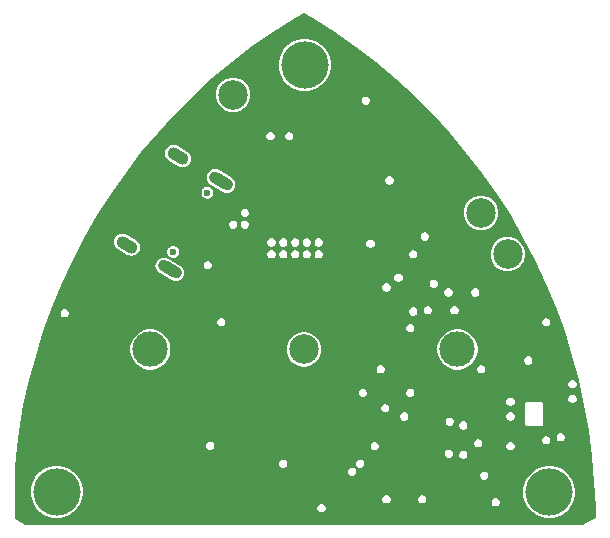
<source format=gbr>
%TF.GenerationSoftware,Altium Limited,Altium Designer,22.7.1 (60)*%
G04 Layer_Physical_Order=3*
G04 Layer_Color=16440176*
%FSLAX45Y45*%
%MOMM*%
%TF.SameCoordinates,ACC7CE07-661A-46B9-B338-6EC4A6F7B09F*%
%TF.FilePolarity,Positive*%
%TF.FileFunction,Copper,L3,Inr,Signal*%
%TF.Part,Single*%
G01*
G75*
%TA.AperFunction,WasherPad*%
%ADD52C,3.00000*%
%ADD53C,2.50000*%
%ADD54C,4.00000*%
%TA.AperFunction,ComponentPad*%
%ADD55C,2.50000*%
%ADD56C,0.60000*%
G04:AMPARAMS|DCode=57|XSize=2.2mm|YSize=1mm|CornerRadius=0mm|HoleSize=0mm|Usage=FLASHONLY|Rotation=330.000|XOffset=0mm|YOffset=0mm|HoleType=Round|Shape=Round|*
%AMOVALD57*
21,1,1.20000,1.00000,0.00000,0.00000,330.0*
1,1,1.00000,-0.51962,0.30000*
1,1,1.00000,0.51962,-0.30000*
%
%ADD57OVALD57*%

G04:AMPARAMS|DCode=58|XSize=1.9mm|YSize=1mm|CornerRadius=0mm|HoleSize=0mm|Usage=FLASHONLY|Rotation=330.000|XOffset=0mm|YOffset=0mm|HoleType=Round|Shape=Round|*
%AMOVALD58*
21,1,0.90000,1.00000,0.00000,0.00000,330.0*
1,1,1.00000,-0.38971,0.22500*
1,1,1.00000,0.38971,-0.22500*
%
%ADD58OVALD58*%

%TA.AperFunction,ViaPad*%
%ADD59C,0.70000*%
G36*
X2603787Y4923835D02*
X2786678Y4807310D01*
X2964312Y4682920D01*
X3136353Y4550897D01*
X3302471Y4411498D01*
X3462348Y4264988D01*
X3615687Y4111640D01*
X3762186Y3951754D01*
X3901572Y3785631D01*
X4033586Y3613577D01*
X4157965Y3435937D01*
X4274476Y3253043D01*
X4382905Y3065229D01*
X4483031Y2872878D01*
X4574678Y2676333D01*
X4657662Y2475983D01*
X4731828Y2272205D01*
X4797036Y2065381D01*
X4853160Y1855914D01*
X4900095Y1644196D01*
X4937750Y1430633D01*
X4966055Y1215631D01*
X4984955Y999595D01*
X4994413Y782950D01*
Y692181D01*
X4915806Y646807D01*
X4885418Y630992D01*
X166300D01*
X134498Y647554D01*
X75000Y681315D01*
Y1114702D01*
X83819Y1215785D01*
X112083Y1430847D01*
X149702Y1644472D01*
X196606Y1856254D01*
X252706Y2065790D01*
X317891Y2272671D01*
X392044Y2476519D01*
X475015Y2676929D01*
X566656Y2873537D01*
X666785Y3065957D01*
X775216Y3253827D01*
X891737Y3436783D01*
X1016132Y3614485D01*
X1148161Y3786590D01*
X1287566Y3952763D01*
X1434100Y4112709D01*
X1587463Y4266099D01*
X1747376Y4412656D01*
X1913537Y4552102D01*
X2085616Y4684159D01*
X2263292Y4808582D01*
X2446229Y4925136D01*
X2523882Y4969973D01*
X2603787Y4923835D01*
D02*
G37*
%LPC*%
G36*
X2552751Y4746275D02*
X2509415D01*
X2466911Y4737821D01*
X2426873Y4721237D01*
X2390841Y4697161D01*
X2360197Y4666517D01*
X2336121Y4630485D01*
X2319537Y4590447D01*
X2311083Y4547943D01*
Y4504607D01*
X2319537Y4462104D01*
X2336121Y4422066D01*
X2360197Y4386034D01*
X2390841Y4355390D01*
X2426873Y4331314D01*
X2466911Y4314730D01*
X2509415Y4306276D01*
X2552751D01*
X2595254Y4314730D01*
X2635292Y4331314D01*
X2671324Y4355390D01*
X2701968Y4386034D01*
X2726044Y4422066D01*
X2742628Y4462104D01*
X2751082Y4504607D01*
Y4547943D01*
X2742628Y4590447D01*
X2726044Y4630485D01*
X2701968Y4666517D01*
X2671324Y4697161D01*
X2635292Y4721237D01*
X2595254Y4737821D01*
X2552751Y4746275D01*
D02*
G37*
G36*
X3056962Y4260000D02*
X3043038D01*
X3030174Y4254671D01*
X3020328Y4244826D01*
X3015000Y4231962D01*
Y4218038D01*
X3020328Y4205174D01*
X3030174Y4195328D01*
X3043038Y4190000D01*
X3056962D01*
X3069826Y4195328D01*
X3079672Y4205174D01*
X3085000Y4218038D01*
Y4231962D01*
X3079672Y4244826D01*
X3069826Y4254671D01*
X3056962Y4260000D01*
D02*
G37*
G36*
X1944090Y4420000D02*
X1905910D01*
X1869032Y4410118D01*
X1835968Y4391029D01*
X1808971Y4364032D01*
X1789882Y4330968D01*
X1780000Y4294090D01*
Y4255910D01*
X1789882Y4219032D01*
X1808971Y4185968D01*
X1835968Y4158971D01*
X1869032Y4139882D01*
X1905910Y4130000D01*
X1944090D01*
X1980968Y4139882D01*
X2014032Y4158971D01*
X2041029Y4185968D01*
X2060118Y4219032D01*
X2070000Y4255910D01*
Y4294090D01*
X2060118Y4330968D01*
X2041029Y4364032D01*
X2014032Y4391029D01*
X1980968Y4410118D01*
X1944090Y4420000D01*
D02*
G37*
G36*
X2249791Y3960046D02*
X2235867D01*
X2223003Y3954718D01*
X2213157Y3944872D01*
X2207829Y3932008D01*
Y3918084D01*
X2213157Y3905220D01*
X2223003Y3895375D01*
X2235867Y3890046D01*
X2249791D01*
X2262655Y3895375D01*
X2272500Y3905220D01*
X2277829Y3918084D01*
Y3932008D01*
X2272500Y3944872D01*
X2262655Y3954718D01*
X2249791Y3960046D01*
D02*
G37*
G36*
X2406962Y3960000D02*
X2393038D01*
X2380174Y3954672D01*
X2370329Y3944826D01*
X2365000Y3931962D01*
Y3918038D01*
X2370329Y3905174D01*
X2380174Y3895329D01*
X2393038Y3890000D01*
X2406962D01*
X2419826Y3895329D01*
X2429672Y3905174D01*
X2435000Y3918038D01*
Y3931962D01*
X2429672Y3944826D01*
X2419826Y3954672D01*
X2406962Y3960000D01*
D02*
G37*
G36*
X1420413Y3847660D02*
X1402140Y3845254D01*
X1385112Y3838201D01*
X1370489Y3826980D01*
X1359269Y3812358D01*
X1352215Y3795330D01*
X1349810Y3777056D01*
X1352215Y3758782D01*
X1359269Y3741754D01*
X1370489Y3727132D01*
X1385112Y3715911D01*
X1463053Y3670911D01*
X1480082Y3663858D01*
X1498356Y3661452D01*
X1516629Y3663858D01*
X1533657Y3670911D01*
X1548280Y3682132D01*
X1559500Y3696754D01*
X1566553Y3713783D01*
X1568959Y3732056D01*
X1566554Y3750330D01*
X1559500Y3767358D01*
X1548280Y3781980D01*
X1533657Y3793201D01*
X1455715Y3838201D01*
X1438687Y3845254D01*
X1420413Y3847660D01*
D02*
G37*
G36*
X3256962Y3585000D02*
X3243038D01*
X3230174Y3579672D01*
X3220329Y3569826D01*
X3215000Y3556962D01*
Y3543038D01*
X3220329Y3530174D01*
X3230174Y3520328D01*
X3243038Y3515000D01*
X3256962D01*
X3269826Y3520328D01*
X3279672Y3530174D01*
X3285000Y3543038D01*
Y3556962D01*
X3279672Y3569826D01*
X3269826Y3579672D01*
X3256962Y3585000D01*
D02*
G37*
G36*
X1771153Y3645160D02*
X1752880Y3642754D01*
X1735852Y3635701D01*
X1721229Y3624480D01*
X1710009Y3609858D01*
X1702956Y3592830D01*
X1700550Y3574556D01*
X1702955Y3556282D01*
X1710009Y3539254D01*
X1721229Y3524632D01*
X1735852Y3513411D01*
X1839775Y3453411D01*
X1856803Y3446358D01*
X1875077Y3443952D01*
X1893351Y3446358D01*
X1910379Y3453411D01*
X1925001Y3464632D01*
X1936222Y3479254D01*
X1943275Y3496282D01*
X1945681Y3514556D01*
X1943275Y3532830D01*
X1936222Y3549858D01*
X1925001Y3564480D01*
X1910379Y3575701D01*
X1806456Y3635701D01*
X1789427Y3642754D01*
X1771153Y3645160D01*
D02*
G37*
G36*
X1705230Y3497018D02*
X1701980Y3496147D01*
X1698618D01*
X1692459Y3493596D01*
X1686016Y3491870D01*
X1683348Y3489822D01*
X1680241Y3488535D01*
X1675525Y3483819D01*
X1670236Y3479760D01*
X1668555Y3476849D01*
X1666176Y3474470D01*
X1663624Y3468308D01*
X1660290Y3462534D01*
X1659851Y3459200D01*
X1658564Y3456093D01*
Y3449426D01*
X1657693Y3442813D01*
X1658564Y3439564D01*
Y3436202D01*
X1661115Y3430042D01*
X1662842Y3423599D01*
X1664889Y3420931D01*
X1666176Y3417825D01*
X1670892Y3413108D01*
X1674951Y3407819D01*
X1677863Y3406138D01*
X1680241Y3403759D01*
X1686403Y3401207D01*
X1692177Y3397873D01*
X1695511Y3397434D01*
X1698618Y3396147D01*
X1705285D01*
X1711898Y3395277D01*
X1715148Y3396147D01*
X1718510D01*
X1724669Y3398699D01*
X1731112Y3400425D01*
X1733780Y3402472D01*
X1736887Y3403759D01*
X1741603Y3408475D01*
X1746892Y3412534D01*
X1748573Y3415446D01*
X1750952Y3417825D01*
X1753504Y3423987D01*
X1756838Y3429760D01*
X1757277Y3433095D01*
X1758564Y3436202D01*
Y3442869D01*
X1759435Y3449482D01*
X1758564Y3452731D01*
Y3456093D01*
X1756013Y3462252D01*
X1754286Y3468695D01*
X1752239Y3471363D01*
X1750952Y3474470D01*
X1746236Y3479186D01*
X1742177Y3484476D01*
X1739266Y3486157D01*
X1736887Y3488535D01*
X1730725Y3491088D01*
X1724951Y3494421D01*
X1721617Y3494860D01*
X1718510Y3496147D01*
X1711843D01*
X1705230Y3497018D01*
D02*
G37*
G36*
X2031962Y3310000D02*
X2018038D01*
X2005174Y3304672D01*
X1995328Y3294826D01*
X1990000Y3281962D01*
Y3268038D01*
X1995328Y3255174D01*
X2005174Y3245329D01*
X2018038Y3240000D01*
X2031962D01*
X2044826Y3245329D01*
X2054672Y3255174D01*
X2060000Y3268038D01*
Y3281962D01*
X2054672Y3294826D01*
X2044826Y3304672D01*
X2031962Y3310000D01*
D02*
G37*
G36*
Y3210000D02*
X2018038D01*
X2005174Y3204672D01*
X1995328Y3194826D01*
X1990000Y3181962D01*
Y3168038D01*
X1995328Y3155174D01*
X2005174Y3145328D01*
X2018038Y3140000D01*
X2031962D01*
X2044826Y3145328D01*
X2054672Y3155174D01*
X2060000Y3168038D01*
Y3181962D01*
X2054672Y3194826D01*
X2044826Y3204672D01*
X2031962Y3210000D01*
D02*
G37*
G36*
X1931962D02*
X1918038D01*
X1905174Y3204672D01*
X1895328Y3194826D01*
X1890000Y3181962D01*
Y3168038D01*
X1895328Y3155174D01*
X1905174Y3145328D01*
X1918038Y3140000D01*
X1931962D01*
X1944826Y3145328D01*
X1954671Y3155174D01*
X1960000Y3168038D01*
Y3181962D01*
X1954671Y3194826D01*
X1944826Y3204672D01*
X1931962Y3210000D01*
D02*
G37*
G36*
X4044090Y3420000D02*
X4005910D01*
X3969032Y3410118D01*
X3935968Y3391029D01*
X3908971Y3364032D01*
X3889882Y3330968D01*
X3880000Y3294090D01*
Y3255910D01*
X3889882Y3219032D01*
X3908971Y3185968D01*
X3935968Y3158971D01*
X3969032Y3139882D01*
X4005910Y3130000D01*
X4044090D01*
X4080968Y3139882D01*
X4114032Y3158971D01*
X4141029Y3185968D01*
X4160118Y3219032D01*
X4170000Y3255910D01*
Y3294090D01*
X4160118Y3330968D01*
X4141029Y3364032D01*
X4114032Y3391029D01*
X4080968Y3410118D01*
X4044090Y3420000D01*
D02*
G37*
G36*
X3556962Y3110000D02*
X3543038D01*
X3530174Y3104671D01*
X3520328Y3094826D01*
X3515000Y3081962D01*
Y3068038D01*
X3520328Y3055174D01*
X3530174Y3045328D01*
X3543038Y3040000D01*
X3556962D01*
X3569826Y3045328D01*
X3579672Y3055174D01*
X3585000Y3068038D01*
Y3081962D01*
X3579672Y3094826D01*
X3569826Y3104671D01*
X3556962Y3110000D01*
D02*
G37*
G36*
X2656962Y3060000D02*
X2643038D01*
X2630174Y3054672D01*
X2620328Y3044826D01*
X2615000Y3031962D01*
Y3018038D01*
X2620328Y3005174D01*
X2630174Y2995329D01*
X2643038Y2990000D01*
X2656962D01*
X2669826Y2995329D01*
X2679671Y3005174D01*
X2685000Y3018038D01*
Y3031962D01*
X2679671Y3044826D01*
X2669826Y3054672D01*
X2656962Y3060000D01*
D02*
G37*
G36*
X2556962D02*
X2543038D01*
X2530174Y3054672D01*
X2520328Y3044826D01*
X2515000Y3031962D01*
Y3018038D01*
X2520328Y3005174D01*
X2530174Y2995329D01*
X2543038Y2990000D01*
X2556962D01*
X2569826Y2995329D01*
X2579671Y3005174D01*
X2585000Y3018038D01*
Y3031962D01*
X2579671Y3044826D01*
X2569826Y3054672D01*
X2556962Y3060000D01*
D02*
G37*
G36*
X2456962D02*
X2443038D01*
X2430174Y3054672D01*
X2420328Y3044826D01*
X2415000Y3031962D01*
Y3018038D01*
X2420328Y3005174D01*
X2430174Y2995329D01*
X2443038Y2990000D01*
X2456962D01*
X2469826Y2995329D01*
X2479671Y3005174D01*
X2485000Y3018038D01*
Y3031962D01*
X2479671Y3044826D01*
X2469826Y3054672D01*
X2456962Y3060000D01*
D02*
G37*
G36*
X2356962D02*
X2343038D01*
X2330174Y3054672D01*
X2320329Y3044826D01*
X2315000Y3031962D01*
Y3018038D01*
X2320329Y3005174D01*
X2330174Y2995329D01*
X2343038Y2990000D01*
X2356962D01*
X2369826Y2995329D01*
X2379672Y3005174D01*
X2385000Y3018038D01*
Y3031962D01*
X2379672Y3044826D01*
X2369826Y3054672D01*
X2356962Y3060000D01*
D02*
G37*
G36*
X2256962D02*
X2243038D01*
X2230174Y3054672D01*
X2220329Y3044826D01*
X2215000Y3031962D01*
Y3018038D01*
X2220329Y3005174D01*
X2230174Y2995329D01*
X2243038Y2990000D01*
X2256962D01*
X2269826Y2995329D01*
X2279672Y3005174D01*
X2285000Y3018038D01*
Y3031962D01*
X2279672Y3044826D01*
X2269826Y3054672D01*
X2256962Y3060000D01*
D02*
G37*
G36*
X3094884Y3048628D02*
X3080960D01*
X3068096Y3043299D01*
X3058250Y3033454D01*
X3052922Y3020590D01*
Y3006666D01*
X3058250Y2993802D01*
X3068096Y2983956D01*
X3080960Y2978628D01*
X3094884D01*
X3107748Y2983956D01*
X3117593Y2993802D01*
X3122922Y3006666D01*
Y3020590D01*
X3117593Y3033454D01*
X3107748Y3043299D01*
X3094884Y3048628D01*
D02*
G37*
G36*
X987913Y3098548D02*
X969640Y3096142D01*
X952612Y3089089D01*
X937989Y3077868D01*
X926769Y3063246D01*
X919715Y3046218D01*
X917310Y3027944D01*
X919715Y3009670D01*
X926769Y2992642D01*
X937989Y2978020D01*
X952612Y2966799D01*
X1030553Y2921799D01*
X1047582Y2914746D01*
X1065856Y2912340D01*
X1084129Y2914746D01*
X1101157Y2921799D01*
X1115780Y2933020D01*
X1127000Y2947642D01*
X1134053Y2964670D01*
X1136459Y2982944D01*
X1134054Y3001218D01*
X1127000Y3018246D01*
X1115780Y3032868D01*
X1101157Y3044089D01*
X1023215Y3089089D01*
X1006187Y3096142D01*
X987913Y3098548D01*
D02*
G37*
G36*
X1415230Y2994723D02*
X1411980Y2993853D01*
X1408618D01*
X1402459Y2991302D01*
X1396016Y2989575D01*
X1393348Y2987528D01*
X1390241Y2986241D01*
X1385525Y2981525D01*
X1380236Y2977466D01*
X1378555Y2974554D01*
X1376176Y2972176D01*
X1373624Y2966014D01*
X1370290Y2960240D01*
X1369851Y2956905D01*
X1368564Y2953799D01*
Y2947132D01*
X1367693Y2940519D01*
X1368564Y2937269D01*
Y2933907D01*
X1371115Y2927748D01*
X1372842Y2921305D01*
X1374889Y2918637D01*
X1376176Y2915530D01*
X1380892Y2910814D01*
X1384951Y2905525D01*
X1387863Y2903844D01*
X1390241Y2901465D01*
X1396403Y2898913D01*
X1402177Y2895579D01*
X1405512Y2895140D01*
X1408618Y2893853D01*
X1415285D01*
X1421898Y2892982D01*
X1425148Y2893853D01*
X1428510D01*
X1434669Y2896404D01*
X1441112Y2898131D01*
X1443780Y2900178D01*
X1446887Y2901465D01*
X1451603Y2906181D01*
X1456892Y2910240D01*
X1458573Y2913151D01*
X1460952Y2915530D01*
X1463504Y2921692D01*
X1466838Y2927466D01*
X1467277Y2930800D01*
X1468564Y2933907D01*
Y2940574D01*
X1469435Y2947187D01*
X1468564Y2950437D01*
Y2953799D01*
X1466013Y2959958D01*
X1464286Y2966401D01*
X1462239Y2969069D01*
X1460952Y2972176D01*
X1456236Y2976892D01*
X1452177Y2982181D01*
X1449266Y2983862D01*
X1446887Y2986241D01*
X1440725Y2988793D01*
X1434951Y2992127D01*
X1431617Y2992566D01*
X1428510Y2993853D01*
X1421843D01*
X1415230Y2994723D01*
D02*
G37*
G36*
X3456962Y2960000D02*
X3443038D01*
X3430174Y2954672D01*
X3420328Y2944826D01*
X3415000Y2931962D01*
Y2918038D01*
X3420328Y2905174D01*
X3430174Y2895328D01*
X3443038Y2890000D01*
X3456962D01*
X3469826Y2895328D01*
X3479671Y2905174D01*
X3485000Y2918038D01*
Y2931962D01*
X3479671Y2944826D01*
X3469826Y2954672D01*
X3456962Y2960000D01*
D02*
G37*
G36*
X2656962D02*
X2643038D01*
X2630174Y2954672D01*
X2620328Y2944826D01*
X2615000Y2931962D01*
Y2918038D01*
X2620328Y2905174D01*
X2630174Y2895328D01*
X2643038Y2890000D01*
X2656962D01*
X2669826Y2895328D01*
X2679671Y2905174D01*
X2685000Y2918038D01*
Y2931962D01*
X2679671Y2944826D01*
X2669826Y2954672D01*
X2656962Y2960000D01*
D02*
G37*
G36*
X2556962D02*
X2543038D01*
X2530174Y2954672D01*
X2520328Y2944826D01*
X2515000Y2931962D01*
Y2918038D01*
X2520328Y2905174D01*
X2530174Y2895328D01*
X2543038Y2890000D01*
X2556962D01*
X2569826Y2895328D01*
X2579671Y2905174D01*
X2585000Y2918038D01*
Y2931962D01*
X2579671Y2944826D01*
X2569826Y2954672D01*
X2556962Y2960000D01*
D02*
G37*
G36*
X2456962D02*
X2443038D01*
X2430174Y2954672D01*
X2420328Y2944826D01*
X2415000Y2931962D01*
Y2918038D01*
X2420328Y2905174D01*
X2430174Y2895328D01*
X2443038Y2890000D01*
X2456962D01*
X2469826Y2895328D01*
X2479671Y2905174D01*
X2485000Y2918038D01*
Y2931962D01*
X2479671Y2944826D01*
X2469826Y2954672D01*
X2456962Y2960000D01*
D02*
G37*
G36*
X2356962D02*
X2343038D01*
X2330174Y2954672D01*
X2320328Y2944826D01*
X2315000Y2931962D01*
Y2918038D01*
X2320328Y2905174D01*
X2330174Y2895328D01*
X2343038Y2890000D01*
X2356962D01*
X2369826Y2895328D01*
X2379671Y2905174D01*
X2385000Y2918038D01*
Y2931962D01*
X2379671Y2944826D01*
X2369826Y2954672D01*
X2356962Y2960000D01*
D02*
G37*
G36*
X2256962D02*
X2243038D01*
X2230174Y2954672D01*
X2220328Y2944826D01*
X2215000Y2931962D01*
Y2918038D01*
X2220328Y2905174D01*
X2230174Y2895328D01*
X2243038Y2890000D01*
X2256962D01*
X2269826Y2895328D01*
X2279671Y2905174D01*
X2285000Y2918038D01*
Y2931962D01*
X2279671Y2944826D01*
X2269826Y2954672D01*
X2256962Y2960000D01*
D02*
G37*
G36*
X1719054Y2868227D02*
X1705130D01*
X1692266Y2862899D01*
X1682420Y2853053D01*
X1677092Y2840189D01*
Y2826265D01*
X1682420Y2813401D01*
X1692266Y2803555D01*
X1705130Y2798227D01*
X1719054D01*
X1731918Y2803555D01*
X1741763Y2813401D01*
X1747092Y2826265D01*
Y2840189D01*
X1741763Y2853053D01*
X1731918Y2862899D01*
X1719054Y2868227D01*
D02*
G37*
G36*
X4269090Y3070000D02*
X4230910D01*
X4194032Y3060118D01*
X4160968Y3041029D01*
X4133971Y3014032D01*
X4114882Y2980968D01*
X4105000Y2944090D01*
Y2905910D01*
X4114882Y2869032D01*
X4133971Y2835968D01*
X4160968Y2808971D01*
X4194032Y2789882D01*
X4230910Y2780000D01*
X4269090D01*
X4305968Y2789882D01*
X4339032Y2808971D01*
X4366029Y2835968D01*
X4385118Y2869032D01*
X4395000Y2905910D01*
Y2944090D01*
X4385118Y2980968D01*
X4366029Y3014032D01*
X4339032Y3041029D01*
X4305968Y3060118D01*
X4269090Y3070000D01*
D02*
G37*
G36*
X1338653Y2896048D02*
X1320380Y2893642D01*
X1303352Y2886589D01*
X1288729Y2875369D01*
X1277509Y2860746D01*
X1270456Y2843718D01*
X1268050Y2825444D01*
X1270455Y2807171D01*
X1277509Y2790143D01*
X1288729Y2775520D01*
X1303352Y2764300D01*
X1407275Y2704299D01*
X1424303Y2697246D01*
X1442577Y2694840D01*
X1460851Y2697246D01*
X1477879Y2704299D01*
X1492501Y2715520D01*
X1503722Y2730142D01*
X1510775Y2747171D01*
X1513181Y2765444D01*
X1510775Y2783718D01*
X1503722Y2800746D01*
X1492501Y2815369D01*
X1477879Y2826589D01*
X1373956Y2886589D01*
X1356927Y2893642D01*
X1338653Y2896048D01*
D02*
G37*
G36*
X3331962Y2760000D02*
X3318038D01*
X3305174Y2754671D01*
X3295328Y2744826D01*
X3290000Y2731962D01*
Y2718038D01*
X3295328Y2705174D01*
X3305174Y2695328D01*
X3318038Y2690000D01*
X3331962D01*
X3344826Y2695328D01*
X3354671Y2705174D01*
X3360000Y2718038D01*
Y2731962D01*
X3354671Y2744826D01*
X3344826Y2754671D01*
X3331962Y2760000D01*
D02*
G37*
G36*
X3631962Y2710000D02*
X3618038D01*
X3605174Y2704672D01*
X3595329Y2694826D01*
X3590000Y2681962D01*
Y2668038D01*
X3595329Y2655174D01*
X3605174Y2645328D01*
X3618038Y2640000D01*
X3631962D01*
X3644826Y2645328D01*
X3654672Y2655174D01*
X3660000Y2668038D01*
Y2681962D01*
X3654672Y2694826D01*
X3644826Y2704672D01*
X3631962Y2710000D01*
D02*
G37*
G36*
X3231715Y2677147D02*
X3217791D01*
X3204927Y2671818D01*
X3195082Y2661973D01*
X3189753Y2649108D01*
Y2635185D01*
X3195082Y2622321D01*
X3204927Y2612475D01*
X3217791Y2607147D01*
X3231715D01*
X3244579Y2612475D01*
X3254425Y2622321D01*
X3259753Y2635185D01*
Y2649108D01*
X3254425Y2661973D01*
X3244579Y2671818D01*
X3231715Y2677147D01*
D02*
G37*
G36*
X3981962Y2635400D02*
X3968038D01*
X3955174Y2630072D01*
X3945328Y2620226D01*
X3940000Y2607362D01*
Y2593438D01*
X3945328Y2580574D01*
X3955174Y2570729D01*
X3968038Y2565400D01*
X3981962D01*
X3994826Y2570729D01*
X4004671Y2580574D01*
X4010000Y2593438D01*
Y2607362D01*
X4004671Y2620226D01*
X3994826Y2630072D01*
X3981962Y2635400D01*
D02*
G37*
G36*
X3756962Y2635000D02*
X3743038D01*
X3730174Y2629671D01*
X3720329Y2619826D01*
X3715000Y2606962D01*
Y2593038D01*
X3720329Y2580174D01*
X3730174Y2570328D01*
X3743038Y2565000D01*
X3756962D01*
X3769826Y2570328D01*
X3779672Y2580174D01*
X3785000Y2593038D01*
Y2606962D01*
X3779672Y2619826D01*
X3769826Y2629671D01*
X3756962Y2635000D01*
D02*
G37*
G36*
X3806962Y2485000D02*
X3793038D01*
X3780174Y2479671D01*
X3770329Y2469826D01*
X3765000Y2456962D01*
Y2443038D01*
X3770329Y2430174D01*
X3780174Y2420328D01*
X3793038Y2415000D01*
X3806962D01*
X3819826Y2420328D01*
X3829672Y2430174D01*
X3835000Y2443038D01*
Y2456962D01*
X3829672Y2469826D01*
X3819826Y2479671D01*
X3806962Y2485000D01*
D02*
G37*
G36*
X3581962D02*
X3568038D01*
X3555174Y2479671D01*
X3545328Y2469826D01*
X3540000Y2456962D01*
Y2443038D01*
X3545328Y2430174D01*
X3555174Y2420328D01*
X3568038Y2415000D01*
X3581962D01*
X3594826Y2420328D01*
X3604671Y2430174D01*
X3610000Y2443038D01*
Y2456962D01*
X3604671Y2469826D01*
X3594826Y2479671D01*
X3581962Y2485000D01*
D02*
G37*
G36*
X3458333Y2475528D02*
X3444409D01*
X3431545Y2470200D01*
X3421700Y2460354D01*
X3416371Y2447490D01*
Y2433567D01*
X3421700Y2420703D01*
X3431545Y2410857D01*
X3444409Y2405529D01*
X3458333D01*
X3471197Y2410857D01*
X3481043Y2420703D01*
X3486371Y2433567D01*
Y2447490D01*
X3481043Y2460354D01*
X3471197Y2470200D01*
X3458333Y2475528D01*
D02*
G37*
G36*
X506962Y2460000D02*
X493038D01*
X480174Y2454671D01*
X470328Y2444826D01*
X465000Y2431962D01*
Y2418038D01*
X470328Y2405174D01*
X480174Y2395328D01*
X493038Y2390000D01*
X506962D01*
X519826Y2395328D01*
X529672Y2405174D01*
X535000Y2418038D01*
Y2431962D01*
X529672Y2444826D01*
X519826Y2454671D01*
X506962Y2460000D01*
D02*
G37*
G36*
X4581962Y2385000D02*
X4568038D01*
X4555174Y2379672D01*
X4545328Y2369826D01*
X4540000Y2356962D01*
Y2343038D01*
X4545328Y2330174D01*
X4555174Y2320329D01*
X4568038Y2315000D01*
X4581962D01*
X4594826Y2320329D01*
X4604672Y2330174D01*
X4610000Y2343038D01*
Y2356962D01*
X4604672Y2369826D01*
X4594826Y2379672D01*
X4581962Y2385000D01*
D02*
G37*
G36*
X1831962D02*
X1818038D01*
X1805174Y2379672D01*
X1795328Y2369826D01*
X1790000Y2356962D01*
Y2343038D01*
X1795328Y2330174D01*
X1805174Y2320329D01*
X1818038Y2315000D01*
X1831962D01*
X1844826Y2320329D01*
X1854671Y2330174D01*
X1860000Y2343038D01*
Y2356962D01*
X1854671Y2369826D01*
X1844826Y2379672D01*
X1831962Y2385000D01*
D02*
G37*
G36*
X3431962Y2335000D02*
X3418038D01*
X3405174Y2329671D01*
X3395328Y2319826D01*
X3390000Y2306962D01*
Y2293038D01*
X3395328Y2280174D01*
X3405174Y2270328D01*
X3418038Y2265000D01*
X3431962D01*
X3444826Y2270328D01*
X3454672Y2280174D01*
X3460000Y2293038D01*
Y2306962D01*
X3454672Y2319826D01*
X3444826Y2329671D01*
X3431962Y2335000D01*
D02*
G37*
G36*
X4431962Y2060000D02*
X4418038D01*
X4405174Y2054672D01*
X4395329Y2044826D01*
X4390000Y2031962D01*
Y2018038D01*
X4395329Y2005174D01*
X4405174Y1995328D01*
X4418038Y1990000D01*
X4431962D01*
X4444826Y1995328D01*
X4454672Y2005174D01*
X4460000Y2018038D01*
Y2031962D01*
X4454672Y2044826D01*
X4444826Y2054672D01*
X4431962Y2060000D01*
D02*
G37*
G36*
X2543990Y2263300D02*
X2505810D01*
X2468932Y2253418D01*
X2435868Y2234329D01*
X2408871Y2207332D01*
X2389782Y2174268D01*
X2379900Y2137390D01*
Y2099210D01*
X2389782Y2062332D01*
X2408871Y2029268D01*
X2435868Y2002271D01*
X2468932Y1983182D01*
X2505810Y1973300D01*
X2543990D01*
X2580868Y1983182D01*
X2613932Y2002271D01*
X2640929Y2029268D01*
X2660018Y2062332D01*
X2669900Y2099210D01*
Y2137390D01*
X2660018Y2174268D01*
X2640929Y2207332D01*
X2613932Y2234329D01*
X2580868Y2253418D01*
X2543990Y2263300D01*
D02*
G37*
G36*
X3841643Y2288300D02*
X3808156D01*
X3775313Y2281767D01*
X3744375Y2268952D01*
X3716531Y2250348D01*
X3692852Y2226669D01*
X3674248Y2198825D01*
X3661433Y2167887D01*
X3654900Y2135043D01*
Y2101557D01*
X3661433Y2068713D01*
X3674248Y2037775D01*
X3692852Y2009931D01*
X3716531Y1986253D01*
X3744375Y1967648D01*
X3775313Y1954833D01*
X3808156Y1948300D01*
X3841643D01*
X3874487Y1954833D01*
X3905425Y1967648D01*
X3933268Y1986253D01*
X3956947Y2009931D01*
X3975552Y2037775D01*
X3988367Y2068713D01*
X3994900Y2101557D01*
Y2135043D01*
X3988367Y2167887D01*
X3975552Y2198825D01*
X3956947Y2226669D01*
X3933268Y2250348D01*
X3905425Y2268952D01*
X3874487Y2281767D01*
X3841643Y2288300D01*
D02*
G37*
G36*
X1241643D02*
X1208157D01*
X1175313Y2281767D01*
X1144375Y2268952D01*
X1116531Y2250348D01*
X1092853Y2226669D01*
X1074248Y2198825D01*
X1061433Y2167887D01*
X1054900Y2135043D01*
Y2101557D01*
X1061433Y2068713D01*
X1074248Y2037775D01*
X1092853Y2009931D01*
X1116531Y1986253D01*
X1144375Y1967648D01*
X1175313Y1954833D01*
X1208157Y1948300D01*
X1241643D01*
X1274487Y1954833D01*
X1305425Y1967648D01*
X1333269Y1986253D01*
X1356948Y2009931D01*
X1375552Y2037775D01*
X1388367Y2068713D01*
X1394900Y2101557D01*
Y2135043D01*
X1388367Y2167887D01*
X1375552Y2198825D01*
X1356948Y2226669D01*
X1333269Y2250348D01*
X1305425Y2268952D01*
X1274487Y2281767D01*
X1241643Y2288300D01*
D02*
G37*
G36*
X4031962Y1985000D02*
X4018038D01*
X4005174Y1979671D01*
X3995329Y1969826D01*
X3990000Y1956962D01*
Y1943038D01*
X3995329Y1930174D01*
X4005174Y1920328D01*
X4018038Y1915000D01*
X4031962D01*
X4044826Y1920328D01*
X4054672Y1930174D01*
X4060000Y1943038D01*
Y1956962D01*
X4054672Y1969826D01*
X4044826Y1979671D01*
X4031962Y1985000D01*
D02*
G37*
G36*
X3181962D02*
X3168038D01*
X3155174Y1979671D01*
X3145328Y1969826D01*
X3140000Y1956962D01*
Y1943038D01*
X3145328Y1930174D01*
X3155174Y1920328D01*
X3168038Y1915000D01*
X3181962D01*
X3194826Y1920328D01*
X3204672Y1930174D01*
X3210000Y1943038D01*
Y1956962D01*
X3204672Y1969826D01*
X3194826Y1979671D01*
X3181962Y1985000D01*
D02*
G37*
G36*
X4806962Y1860000D02*
X4793038D01*
X4780174Y1854671D01*
X4770329Y1844826D01*
X4765000Y1831962D01*
Y1818038D01*
X4770329Y1805174D01*
X4780174Y1795328D01*
X4793038Y1790000D01*
X4806962D01*
X4819826Y1795328D01*
X4829672Y1805174D01*
X4835000Y1818038D01*
Y1831962D01*
X4829672Y1844826D01*
X4819826Y1854671D01*
X4806962Y1860000D01*
D02*
G37*
G36*
X3431962Y1785000D02*
X3418038D01*
X3405174Y1779672D01*
X3395328Y1769826D01*
X3390000Y1756962D01*
Y1743038D01*
X3395328Y1730174D01*
X3405174Y1720329D01*
X3418038Y1715000D01*
X3431962D01*
X3444826Y1720329D01*
X3454672Y1730174D01*
X3460000Y1743038D01*
Y1756962D01*
X3454672Y1769826D01*
X3444826Y1779672D01*
X3431962Y1785000D01*
D02*
G37*
G36*
X3031962D02*
X3018038D01*
X3005174Y1779672D01*
X2995329Y1769826D01*
X2990000Y1756962D01*
Y1743038D01*
X2995329Y1730174D01*
X3005174Y1720329D01*
X3018038Y1715000D01*
X3031962D01*
X3044826Y1720329D01*
X3054672Y1730174D01*
X3060000Y1743038D01*
Y1756962D01*
X3054672Y1769826D01*
X3044826Y1779672D01*
X3031962Y1785000D01*
D02*
G37*
G36*
X4418496Y1674078D02*
X4418471Y1674073D01*
X4418446Y1674078D01*
X4414582Y1673310D01*
X4410688Y1672545D01*
X4410667Y1672531D01*
X4410643Y1672526D01*
X4407370Y1670339D01*
X4404062Y1668140D01*
X4404048Y1668120D01*
X4404027Y1668106D01*
X4403891Y1667969D01*
X4399470Y1661354D01*
X4397918Y1653550D01*
Y1493265D01*
X4399470Y1485462D01*
X4403891Y1478846D01*
X4410507Y1474426D01*
X4418310Y1472874D01*
X4528468D01*
X4531901Y1472191D01*
X4539704Y1473743D01*
X4546320Y1478163D01*
X4550740Y1484779D01*
X4552292Y1492583D01*
Y1653413D01*
X4551514Y1657327D01*
X4550759Y1661171D01*
X4550745Y1661192D01*
X4550740Y1661216D01*
X4548529Y1664526D01*
X4546354Y1667797D01*
X4546334Y1667811D01*
X4546320Y1667832D01*
X4543008Y1670045D01*
X4539749Y1672234D01*
X4539725Y1672238D01*
X4539704Y1672252D01*
X4535839Y1673021D01*
X4531950Y1673805D01*
X4418496Y1674078D01*
D02*
G37*
G36*
X4806962Y1735000D02*
X4793038D01*
X4780174Y1729671D01*
X4770329Y1719826D01*
X4765000Y1706962D01*
Y1693038D01*
X4770329Y1680174D01*
X4780174Y1670328D01*
X4793038Y1665000D01*
X4806962D01*
X4819826Y1670328D01*
X4829672Y1680174D01*
X4835000Y1693038D01*
Y1706962D01*
X4829672Y1719826D01*
X4819826Y1729671D01*
X4806962Y1735000D01*
D02*
G37*
G36*
X4281962Y1710000D02*
X4268038D01*
X4255174Y1704671D01*
X4245329Y1694826D01*
X4240000Y1681962D01*
Y1668038D01*
X4245329Y1655174D01*
X4255174Y1645328D01*
X4268038Y1640000D01*
X4281962D01*
X4294826Y1645328D01*
X4304672Y1655174D01*
X4310000Y1668038D01*
Y1681962D01*
X4304672Y1694826D01*
X4294826Y1704671D01*
X4281962Y1710000D01*
D02*
G37*
G36*
X3219523Y1656757D02*
X3205599D01*
X3192735Y1651429D01*
X3182889Y1641583D01*
X3177561Y1628719D01*
Y1614795D01*
X3182889Y1601931D01*
X3192735Y1592086D01*
X3205599Y1586757D01*
X3219523D01*
X3232387Y1592086D01*
X3242233Y1601931D01*
X3247561Y1614795D01*
Y1628719D01*
X3242233Y1641583D01*
X3232387Y1651429D01*
X3219523Y1656757D01*
D02*
G37*
G36*
X4281962Y1585000D02*
X4268038D01*
X4255174Y1579671D01*
X4245329Y1569826D01*
X4240000Y1556962D01*
Y1543038D01*
X4245329Y1530174D01*
X4255174Y1520328D01*
X4268038Y1515000D01*
X4281962D01*
X4294826Y1520328D01*
X4304672Y1530174D01*
X4310000Y1543038D01*
Y1556962D01*
X4304672Y1569826D01*
X4294826Y1579671D01*
X4281962Y1585000D01*
D02*
G37*
G36*
X3381962D02*
X3368038D01*
X3355174Y1579671D01*
X3345329Y1569826D01*
X3340000Y1556962D01*
Y1543038D01*
X3345329Y1530174D01*
X3355174Y1520328D01*
X3368038Y1515000D01*
X3381962D01*
X3394826Y1520328D01*
X3404672Y1530174D01*
X3410000Y1543038D01*
Y1556962D01*
X3404672Y1569826D01*
X3394826Y1579671D01*
X3381962Y1585000D01*
D02*
G37*
G36*
X3767556Y1542263D02*
X3753632D01*
X3740768Y1536934D01*
X3730923Y1527089D01*
X3725594Y1514225D01*
Y1500301D01*
X3730923Y1487437D01*
X3740768Y1477591D01*
X3753632Y1472263D01*
X3767556D01*
X3780420Y1477591D01*
X3790266Y1487437D01*
X3795594Y1500301D01*
Y1514225D01*
X3790266Y1527089D01*
X3780420Y1536934D01*
X3767556Y1542263D01*
D02*
G37*
G36*
X3881962Y1510000D02*
X3868038D01*
X3855174Y1504672D01*
X3845329Y1494826D01*
X3840000Y1481962D01*
Y1468038D01*
X3845329Y1455174D01*
X3855174Y1445329D01*
X3868038Y1440000D01*
X3881962D01*
X3894826Y1445329D01*
X3904672Y1455174D01*
X3910000Y1468038D01*
Y1481962D01*
X3904672Y1494826D01*
X3894826Y1504672D01*
X3881962Y1510000D01*
D02*
G37*
G36*
X4706962Y1410000D02*
X4693038D01*
X4680174Y1404672D01*
X4670328Y1394826D01*
X4665000Y1381962D01*
Y1368038D01*
X4670328Y1355174D01*
X4680174Y1345329D01*
X4693038Y1340000D01*
X4706962D01*
X4719826Y1345329D01*
X4729672Y1355174D01*
X4735000Y1368038D01*
Y1381962D01*
X4729672Y1394826D01*
X4719826Y1404672D01*
X4706962Y1410000D01*
D02*
G37*
G36*
X4581962Y1385000D02*
X4568038D01*
X4555174Y1379672D01*
X4545328Y1369826D01*
X4540000Y1356962D01*
Y1343038D01*
X4545328Y1330174D01*
X4555174Y1320329D01*
X4568038Y1315000D01*
X4581962D01*
X4594826Y1320329D01*
X4604672Y1330174D01*
X4610000Y1343038D01*
Y1356962D01*
X4604672Y1369826D01*
X4594826Y1379672D01*
X4581962Y1385000D01*
D02*
G37*
G36*
X4006962Y1360000D02*
X3993038D01*
X3980174Y1354671D01*
X3970328Y1344826D01*
X3965000Y1331962D01*
Y1318038D01*
X3970328Y1305174D01*
X3980174Y1295328D01*
X3993038Y1290000D01*
X4006962D01*
X4019826Y1295328D01*
X4029671Y1305174D01*
X4035000Y1318038D01*
Y1331962D01*
X4029671Y1344826D01*
X4019826Y1354671D01*
X4006962Y1360000D01*
D02*
G37*
G36*
X1739462Y1337500D02*
X1725538D01*
X1712674Y1332172D01*
X1702828Y1322326D01*
X1697500Y1309462D01*
Y1295538D01*
X1702828Y1282674D01*
X1712674Y1272829D01*
X1725538Y1267500D01*
X1739462D01*
X1752326Y1272829D01*
X1762171Y1282674D01*
X1767500Y1295538D01*
Y1309462D01*
X1762171Y1322326D01*
X1752326Y1332172D01*
X1739462Y1337500D01*
D02*
G37*
G36*
X4281962Y1335000D02*
X4268038D01*
X4255174Y1329671D01*
X4245329Y1319826D01*
X4240000Y1306962D01*
Y1293038D01*
X4245329Y1280174D01*
X4255174Y1270328D01*
X4268038Y1265000D01*
X4281962D01*
X4294826Y1270328D01*
X4304672Y1280174D01*
X4310000Y1293038D01*
Y1306962D01*
X4304672Y1319826D01*
X4294826Y1329671D01*
X4281962Y1335000D01*
D02*
G37*
G36*
X3131962D02*
X3118038D01*
X3105174Y1329671D01*
X3095329Y1319826D01*
X3090000Y1306962D01*
Y1293038D01*
X3095329Y1280174D01*
X3105174Y1270328D01*
X3118038Y1265000D01*
X3131962D01*
X3144826Y1270328D01*
X3154672Y1280174D01*
X3160000Y1293038D01*
Y1306962D01*
X3154672Y1319826D01*
X3144826Y1329671D01*
X3131962Y1335000D01*
D02*
G37*
G36*
X3759368Y1270518D02*
X3745444D01*
X3732580Y1265189D01*
X3722734Y1255344D01*
X3717406Y1242480D01*
Y1228556D01*
X3722734Y1215692D01*
X3732580Y1205846D01*
X3745444Y1200518D01*
X3759368D01*
X3772232Y1205846D01*
X3782077Y1215692D01*
X3787406Y1228556D01*
Y1242480D01*
X3782077Y1255344D01*
X3772232Y1265189D01*
X3759368Y1270518D01*
D02*
G37*
G36*
X3881962Y1260000D02*
X3868038D01*
X3855174Y1254672D01*
X3845329Y1244826D01*
X3840000Y1231962D01*
Y1218038D01*
X3845329Y1205174D01*
X3855174Y1195329D01*
X3868038Y1190000D01*
X3881962D01*
X3894826Y1195329D01*
X3904672Y1205174D01*
X3910000Y1218038D01*
Y1231962D01*
X3904672Y1244826D01*
X3894826Y1254672D01*
X3881962Y1260000D01*
D02*
G37*
G36*
X3006962Y1185000D02*
X2993038D01*
X2980174Y1179672D01*
X2970329Y1169826D01*
X2965000Y1156962D01*
Y1143038D01*
X2970329Y1130174D01*
X2980174Y1120328D01*
X2993038Y1115000D01*
X3006962D01*
X3019826Y1120328D01*
X3029672Y1130174D01*
X3035000Y1143038D01*
Y1156962D01*
X3029672Y1169826D01*
X3019826Y1179672D01*
X3006962Y1185000D01*
D02*
G37*
G36*
X2356962D02*
X2343038D01*
X2330174Y1179672D01*
X2320329Y1169826D01*
X2315000Y1156962D01*
Y1143038D01*
X2320329Y1130174D01*
X2330174Y1120328D01*
X2343038Y1115000D01*
X2356962D01*
X2369826Y1120328D01*
X2379672Y1130174D01*
X2385000Y1143038D01*
Y1156962D01*
X2379672Y1169826D01*
X2369826Y1179672D01*
X2356962Y1185000D01*
D02*
G37*
G36*
X2939504Y1117542D02*
X2925580D01*
X2912716Y1112213D01*
X2902870Y1102368D01*
X2897542Y1089504D01*
Y1075580D01*
X2902870Y1062716D01*
X2912716Y1052870D01*
X2925580Y1047542D01*
X2939504D01*
X2952368Y1052870D01*
X2962213Y1062716D01*
X2967542Y1075580D01*
Y1089504D01*
X2962213Y1102368D01*
X2952368Y1112213D01*
X2939504Y1117542D01*
D02*
G37*
G36*
X4056962Y1085000D02*
X4043038D01*
X4030174Y1079671D01*
X4020329Y1069826D01*
X4015000Y1056962D01*
Y1043038D01*
X4020329Y1030174D01*
X4030174Y1020328D01*
X4043038Y1015000D01*
X4056962D01*
X4069826Y1020328D01*
X4079672Y1030174D01*
X4085000Y1043038D01*
Y1056962D01*
X4079672Y1069826D01*
X4069826Y1079671D01*
X4056962Y1085000D01*
D02*
G37*
G36*
X3531962Y885000D02*
X3518038D01*
X3505174Y879672D01*
X3495329Y869826D01*
X3490000Y856962D01*
Y843038D01*
X3495329Y830174D01*
X3505174Y820329D01*
X3518038Y815000D01*
X3531962D01*
X3544826Y820329D01*
X3554672Y830174D01*
X3560000Y843038D01*
Y856962D01*
X3554672Y869826D01*
X3544826Y879672D01*
X3531962Y885000D01*
D02*
G37*
G36*
X3231962D02*
X3218038D01*
X3205174Y879672D01*
X3195329Y869826D01*
X3190000Y856962D01*
Y843038D01*
X3195329Y830174D01*
X3205174Y820329D01*
X3218038Y815000D01*
X3231962D01*
X3244826Y820329D01*
X3254672Y830174D01*
X3260000Y843038D01*
Y856962D01*
X3254672Y869826D01*
X3244826Y879672D01*
X3231962Y885000D01*
D02*
G37*
G36*
X4156962Y860000D02*
X4143038D01*
X4130174Y854671D01*
X4120329Y844826D01*
X4115000Y831962D01*
Y818038D01*
X4120329Y805174D01*
X4130174Y795328D01*
X4143038Y790000D01*
X4156962D01*
X4169826Y795328D01*
X4179672Y805174D01*
X4185000Y818038D01*
Y831962D01*
X4179672Y844826D01*
X4169826Y854671D01*
X4156962Y860000D01*
D02*
G37*
G36*
X2681962Y810000D02*
X2668038D01*
X2655174Y804671D01*
X2645328Y794826D01*
X2640000Y781962D01*
Y768038D01*
X2645328Y755174D01*
X2655174Y745328D01*
X2668038Y740000D01*
X2681962D01*
X2694826Y745328D01*
X2704672Y755174D01*
X2710000Y768038D01*
Y781962D01*
X2704672Y794826D01*
X2694826Y804671D01*
X2681962Y810000D01*
D02*
G37*
G36*
X452318Y1132471D02*
X408982D01*
X366478Y1124017D01*
X326441Y1107433D01*
X290408Y1083357D01*
X259765Y1052713D01*
X235688Y1016681D01*
X219104Y976643D01*
X210650Y934140D01*
Y890804D01*
X219104Y848300D01*
X235688Y808263D01*
X259765Y772230D01*
X290408Y741587D01*
X326441Y717510D01*
X366478Y700926D01*
X408982Y692472D01*
X452318D01*
X494821Y700926D01*
X534859Y717510D01*
X570891Y741587D01*
X601535Y772230D01*
X625611Y808263D01*
X642195Y848300D01*
X650649Y890804D01*
Y934140D01*
X642195Y976643D01*
X625611Y1016681D01*
X601535Y1052713D01*
X570891Y1083357D01*
X534859Y1107433D01*
X494821Y1124017D01*
X452318Y1132471D01*
D02*
G37*
G36*
X4623520Y1130632D02*
X4580184D01*
X4537680Y1122178D01*
X4497643Y1105594D01*
X4461610Y1081518D01*
X4430966Y1050874D01*
X4406890Y1014842D01*
X4390306Y974804D01*
X4381852Y932300D01*
Y888964D01*
X4390306Y846461D01*
X4406890Y806423D01*
X4430966Y770391D01*
X4461610Y739747D01*
X4497643Y715671D01*
X4537680Y699087D01*
X4580184Y690633D01*
X4623520D01*
X4666023Y699087D01*
X4706061Y715671D01*
X4742093Y739747D01*
X4772737Y770391D01*
X4796813Y806423D01*
X4813397Y846461D01*
X4821851Y888964D01*
Y932300D01*
X4813397Y974804D01*
X4796813Y1014842D01*
X4772737Y1050874D01*
X4742093Y1081518D01*
X4706061Y1105594D01*
X4666023Y1122178D01*
X4623520Y1130632D01*
D02*
G37*
%LPD*%
D52*
X1224900Y2118300D02*
D03*
X3824900D02*
D03*
D53*
X2524900D02*
D03*
D54*
X4601852Y910632D02*
D03*
X430650Y912472D02*
D03*
X2531083Y4526275D02*
D03*
D55*
X1925000Y4275000D02*
D03*
X1700000Y3975000D02*
D03*
X4250000Y2925000D02*
D03*
X4025000Y3275000D02*
D03*
D56*
X1418564Y2943853D02*
D03*
X1708564Y3446147D02*
D03*
D57*
X1823115Y3544556D02*
D03*
X1390615Y2795444D02*
D03*
D58*
X1026884Y3005444D02*
D03*
X1459384Y3754556D02*
D03*
D59*
X1050067Y1521031D02*
D03*
X1013246Y841679D02*
D03*
X3480457Y726090D02*
D03*
X3649555Y734475D02*
D03*
X3832627Y730282D02*
D03*
X568466Y1472614D02*
D03*
X423325Y1438747D02*
D03*
X1586410Y772383D02*
D03*
X1850219Y869016D02*
D03*
X2072475Y933760D02*
D03*
X1992269Y1250717D02*
D03*
X3310085Y1073721D02*
D03*
X3128195D02*
D03*
X3378409Y1300852D02*
D03*
X3661730Y1299098D02*
D03*
X3665039Y1448797D02*
D03*
X3870978Y1113008D02*
D03*
X3983459Y1462857D02*
D03*
X4075263Y1395038D02*
D03*
X4192679Y1246122D02*
D03*
X4178038Y1574736D02*
D03*
X4362204Y2736293D02*
D03*
X3684760Y2345146D02*
D03*
X3395614Y2022475D02*
D03*
X3600000Y1900000D02*
D03*
X2172523Y2339279D02*
D03*
X3001178Y2879759D02*
D03*
X2052995Y3046483D02*
D03*
X3292977Y3870405D02*
D03*
X3919215Y3624270D02*
D03*
X3600000Y3500000D02*
D03*
X3701122Y3642964D02*
D03*
X3506397Y3664773D02*
D03*
X2549904Y3949851D02*
D03*
X2950260Y4133671D02*
D03*
X2922219Y4340859D02*
D03*
X1355068Y3646079D02*
D03*
X1600000Y3600000D02*
D03*
X1500000Y3500000D02*
D03*
X1300000D02*
D03*
X1400000Y3200000D02*
D03*
X1200000Y3100000D02*
D03*
X654681Y2759055D02*
D03*
X1121384Y2543654D02*
D03*
X1200000Y2700000D02*
D03*
X900000Y2900000D02*
D03*
X1500000Y2200000D02*
D03*
X1700000Y2400000D02*
D03*
X1500000D02*
D03*
X1300000D02*
D03*
X900000Y2500000D02*
D03*
X1100000Y2400000D02*
D03*
X800000Y1900000D02*
D03*
Y2100000D02*
D03*
X1500000Y1700000D02*
D03*
X1200000Y1500000D02*
D03*
X767583Y1451439D02*
D03*
X1058559Y1384377D02*
D03*
X791087Y1181262D02*
D03*
X422116Y1606868D02*
D03*
X511157Y1331123D02*
D03*
X2543720Y3497157D02*
D03*
X1901097Y665600D02*
D03*
X650000Y2650000D02*
D03*
X1050000D02*
D03*
X2800000Y775000D02*
D03*
X2557934Y750000D02*
D03*
X2450000D02*
D03*
X425000Y1825000D02*
D03*
Y1925000D02*
D03*
X725000Y2300000D02*
D03*
X4500000Y1825000D02*
D03*
X4400000D02*
D03*
X2125000Y1250000D02*
D03*
X2150000Y1050000D02*
D03*
X1600000Y1950000D02*
D03*
X2400000Y2475000D02*
D03*
X2525000D02*
D03*
X2650000D02*
D03*
X2275000D02*
D03*
X2000000Y1950000D02*
D03*
X2025000Y2350000D02*
D03*
X2200000Y1950000D02*
D03*
X1700000D02*
D03*
X1600000Y1850000D02*
D03*
X2100000Y1950000D02*
D03*
X1675000Y2550000D02*
D03*
X2725000Y2700000D02*
D03*
X3225000Y1300000D02*
D03*
X3850000Y2600400D02*
D03*
X3475000Y2750000D02*
D03*
X2955439Y3015953D02*
D03*
X2950000Y3950000D02*
D03*
X3525000Y4050000D02*
D03*
X3400000Y3925000D02*
D03*
X3800000Y3500000D02*
D03*
X3075000Y3375000D02*
D03*
X3050000Y3549600D02*
D03*
X2800000Y4100000D02*
D03*
X2700000D02*
D03*
X4175000Y2700000D02*
D03*
X3749200Y3075000D02*
D03*
X3950000D02*
D03*
X1300000Y2575000D02*
D03*
X1425000D02*
D03*
X1550000D02*
D03*
X2075000Y3450000D02*
D03*
Y3550000D02*
D03*
X2175000Y3650000D02*
D03*
X2075000D02*
D03*
X1975000D02*
D03*
X2725000Y2575000D02*
D03*
X3254378Y1897082D02*
D03*
X2750000Y1625000D02*
D03*
X2625000D02*
D03*
Y1375000D02*
D03*
X2750000D02*
D03*
X2875000D02*
D03*
Y1500000D02*
D03*
X2625000D02*
D03*
X2750000D02*
D03*
X2875000Y1625000D02*
D03*
X1700000Y1425000D02*
D03*
X4325000Y2250000D02*
D03*
X4525000Y2025000D02*
D03*
X4800000Y1600000D02*
D03*
X4450000Y1350000D02*
D03*
X4800000Y1375000D02*
D03*
X2150000Y2550000D02*
D03*
X2225000Y1825000D02*
D03*
X2125000Y1400000D02*
D03*
X2000000Y1425000D02*
D03*
X1900000D02*
D03*
X1800000D02*
D03*
X1600000Y1450000D02*
D03*
Y1550000D02*
D03*
Y1650000D02*
D03*
Y1750000D02*
D03*
X1800000Y1950000D02*
D03*
X1900000D02*
D03*
%TF.MD5,113025575c80f2a7f26f46c80328b4c6*%
M02*

</source>
